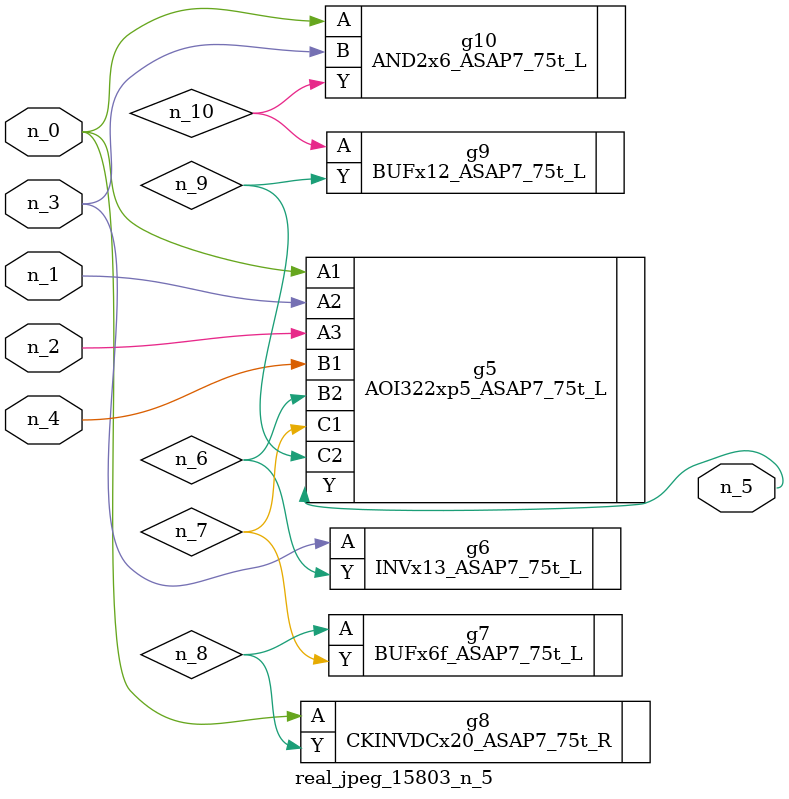
<source format=v>
module real_jpeg_15803_n_5 (n_4, n_0, n_1, n_2, n_3, n_5);

input n_4;
input n_0;
input n_1;
input n_2;
input n_3;

output n_5;

wire n_8;
wire n_6;
wire n_7;
wire n_10;
wire n_9;

AOI322xp5_ASAP7_75t_L g5 ( 
.A1(n_0),
.A2(n_1),
.A3(n_2),
.B1(n_4),
.B2(n_6),
.C1(n_7),
.C2(n_9),
.Y(n_5)
);

CKINVDCx20_ASAP7_75t_R g8 ( 
.A(n_0),
.Y(n_8)
);

AND2x6_ASAP7_75t_L g10 ( 
.A(n_0),
.B(n_3),
.Y(n_10)
);

INVx13_ASAP7_75t_L g6 ( 
.A(n_3),
.Y(n_6)
);

BUFx6f_ASAP7_75t_L g7 ( 
.A(n_8),
.Y(n_7)
);

BUFx12_ASAP7_75t_L g9 ( 
.A(n_10),
.Y(n_9)
);


endmodule
</source>
